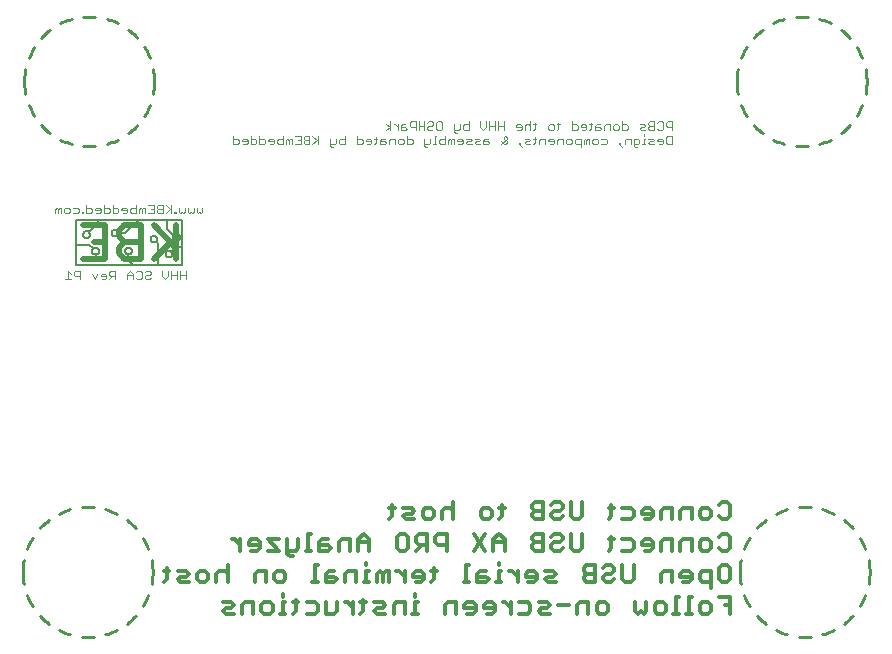
<source format=gbo>
G75*
%MOIN*%
%OFA0B0*%
%FSLAX24Y24*%
%IPPOS*%
%LPD*%
%AMOC8*
5,1,8,0,0,1.08239X$1,22.5*
%
%ADD10C,0.0100*%
%ADD11C,0.0030*%
%ADD12C,0.0140*%
%ADD13C,0.0070*%
%ADD14C,0.0050*%
%ADD15C,0.0200*%
D10*
X003813Y004242D02*
X003877Y004192D01*
X003939Y004140D01*
X003999Y004085D01*
X004057Y004028D01*
X004113Y003969D01*
X001211Y000782D02*
X001147Y000832D01*
X001085Y000884D01*
X001025Y000939D01*
X000967Y000996D01*
X000911Y001055D01*
X003101Y004595D02*
X003179Y004572D01*
X003255Y004545D01*
X003331Y004516D01*
X003406Y004484D01*
X003479Y004449D01*
X001923Y000429D02*
X001845Y000452D01*
X001769Y000479D01*
X001693Y000508D01*
X001618Y000540D01*
X001545Y000575D01*
X002309Y000357D02*
X002390Y000350D01*
X002471Y000347D01*
X002553Y000347D01*
X002634Y000350D01*
X002715Y000357D01*
X000385Y002109D02*
X000371Y002189D01*
X000361Y002269D01*
X000353Y002350D01*
X000349Y002431D01*
X000347Y002512D01*
X003813Y000782D02*
X003877Y000832D01*
X003939Y000884D01*
X003999Y000939D01*
X004057Y000996D01*
X004113Y001055D01*
X001923Y004595D02*
X001845Y004572D01*
X001769Y004545D01*
X001693Y004516D01*
X001618Y004484D01*
X001545Y004449D01*
X003101Y000429D02*
X003179Y000452D01*
X003255Y000479D01*
X003331Y000508D01*
X003406Y000540D01*
X003479Y000575D01*
X004639Y002109D02*
X004653Y002189D01*
X004663Y002269D01*
X004671Y002350D01*
X004675Y002431D01*
X004677Y002512D01*
X001211Y004242D02*
X001147Y004192D01*
X001085Y004140D01*
X001025Y004085D01*
X000967Y004028D01*
X000911Y003969D01*
X000493Y001731D02*
X000524Y001655D01*
X000557Y001582D01*
X000593Y001509D01*
X000632Y001438D01*
X000674Y001368D01*
X000493Y003293D02*
X000524Y003369D01*
X000557Y003442D01*
X000593Y003515D01*
X000632Y003586D01*
X000674Y003656D01*
X004639Y002915D02*
X004653Y002835D01*
X004663Y002755D01*
X004671Y002674D01*
X004675Y002593D01*
X004677Y002512D01*
X004531Y001731D02*
X004500Y001655D01*
X004467Y001582D01*
X004431Y001509D01*
X004392Y001438D01*
X004350Y001368D01*
X004531Y003293D02*
X004500Y003369D01*
X004467Y003442D01*
X004431Y003515D01*
X004392Y003586D01*
X004350Y003656D01*
X002715Y004667D02*
X002634Y004674D01*
X002553Y004677D01*
X002471Y004677D01*
X002390Y004674D01*
X002309Y004667D01*
X000385Y002915D02*
X000371Y002835D01*
X000361Y002755D01*
X000353Y002674D01*
X000349Y002593D01*
X000347Y002512D01*
X027713Y000782D02*
X027777Y000832D01*
X027839Y000884D01*
X027899Y000939D01*
X027957Y000996D01*
X028013Y001055D01*
X025823Y004595D02*
X025745Y004572D01*
X025669Y004545D01*
X025593Y004516D01*
X025518Y004484D01*
X025445Y004449D01*
X027001Y000429D02*
X027079Y000452D01*
X027155Y000479D01*
X027231Y000508D01*
X027306Y000540D01*
X027379Y000575D01*
X026615Y000357D02*
X026534Y000350D01*
X026453Y000347D01*
X026371Y000347D01*
X026290Y000350D01*
X026209Y000357D01*
X027379Y004449D02*
X027306Y004484D01*
X027231Y004516D01*
X027155Y004545D01*
X027079Y004572D01*
X027001Y004595D01*
X025445Y000575D02*
X025518Y000540D01*
X025593Y000508D01*
X025669Y000479D01*
X025745Y000452D01*
X025823Y000429D01*
X028539Y002109D02*
X028553Y002189D01*
X028563Y002269D01*
X028571Y002350D01*
X028575Y002431D01*
X028577Y002512D01*
X025111Y000782D02*
X025047Y000832D01*
X024985Y000884D01*
X024925Y000939D01*
X024867Y000996D01*
X024811Y001055D01*
X027713Y004242D02*
X027777Y004192D01*
X027839Y004140D01*
X027899Y004085D01*
X027957Y004028D01*
X028013Y003969D01*
X026615Y004667D02*
X026534Y004674D01*
X026453Y004677D01*
X026371Y004677D01*
X026290Y004674D01*
X026209Y004667D01*
X028539Y002915D02*
X028553Y002835D01*
X028563Y002755D01*
X028571Y002674D01*
X028575Y002593D01*
X028577Y002512D01*
X025111Y004242D02*
X025047Y004192D01*
X024985Y004140D01*
X024925Y004085D01*
X024867Y004028D01*
X024811Y003969D01*
X024393Y001731D02*
X024424Y001655D01*
X024457Y001582D01*
X024493Y001509D01*
X024532Y001438D01*
X024574Y001368D01*
X024393Y003293D02*
X024424Y003369D01*
X024457Y003442D01*
X024493Y003515D01*
X024532Y003586D01*
X024574Y003656D01*
X024285Y002915D02*
X024271Y002835D01*
X024261Y002755D01*
X024253Y002674D01*
X024249Y002593D01*
X024247Y002512D01*
X024249Y002431D01*
X024253Y002350D01*
X024261Y002269D01*
X024271Y002189D01*
X024285Y002109D01*
X028250Y001368D02*
X028292Y001438D01*
X028331Y001509D01*
X028367Y001582D01*
X028400Y001655D01*
X028431Y001731D01*
X028431Y003293D02*
X028400Y003369D01*
X028367Y003442D01*
X028331Y003515D01*
X028292Y003586D01*
X028250Y003656D01*
X026515Y016707D02*
X026434Y016700D01*
X026353Y016697D01*
X026271Y016697D01*
X026190Y016700D01*
X026109Y016707D01*
X027279Y020799D02*
X027206Y020834D01*
X027131Y020866D01*
X027055Y020895D01*
X026979Y020922D01*
X026901Y020945D01*
X025345Y016925D02*
X025418Y016890D01*
X025493Y016858D01*
X025569Y016829D01*
X025645Y016802D01*
X025723Y016779D01*
X028439Y018459D02*
X028453Y018539D01*
X028463Y018619D01*
X028471Y018700D01*
X028475Y018781D01*
X028477Y018862D01*
X025011Y017132D02*
X024947Y017182D01*
X024885Y017234D01*
X024825Y017289D01*
X024767Y017346D01*
X024711Y017405D01*
X027613Y020592D02*
X027677Y020542D01*
X027739Y020490D01*
X027799Y020435D01*
X027857Y020378D01*
X027913Y020319D01*
X026515Y021017D02*
X026434Y021024D01*
X026353Y021027D01*
X026271Y021027D01*
X026190Y021024D01*
X026109Y021017D01*
X027279Y016925D02*
X027206Y016890D01*
X027131Y016858D01*
X027055Y016829D01*
X026979Y016802D01*
X026901Y016779D01*
X024185Y018459D02*
X024171Y018539D01*
X024161Y018619D01*
X024153Y018700D01*
X024149Y018781D01*
X024147Y018862D01*
X027613Y017132D02*
X027677Y017182D01*
X027739Y017234D01*
X027799Y017289D01*
X027857Y017346D01*
X027913Y017405D01*
X025723Y020945D02*
X025645Y020922D01*
X025569Y020895D01*
X025493Y020866D01*
X025418Y020834D01*
X025345Y020799D01*
X028439Y019265D02*
X028453Y019185D01*
X028463Y019105D01*
X028471Y019024D01*
X028475Y018943D01*
X028477Y018862D01*
X025011Y020592D02*
X024947Y020542D01*
X024885Y020490D01*
X024825Y020435D01*
X024767Y020378D01*
X024711Y020319D01*
X024293Y018081D02*
X024324Y018005D01*
X024357Y017932D01*
X024393Y017859D01*
X024432Y017788D01*
X024474Y017718D01*
X024293Y019643D02*
X024324Y019719D01*
X024357Y019792D01*
X024393Y019865D01*
X024432Y019936D01*
X024474Y020006D01*
X024185Y019265D02*
X024171Y019185D01*
X024161Y019105D01*
X024153Y019024D01*
X024149Y018943D01*
X024147Y018862D01*
X028150Y017718D02*
X028192Y017788D01*
X028231Y017859D01*
X028267Y017932D01*
X028300Y018005D01*
X028331Y018081D01*
X028331Y019643D02*
X028300Y019719D01*
X028267Y019792D01*
X028231Y019865D01*
X028192Y019936D01*
X028150Y020006D01*
X001261Y017132D02*
X001197Y017182D01*
X001135Y017234D01*
X001075Y017289D01*
X001017Y017346D01*
X000961Y017405D01*
X003863Y020592D02*
X003927Y020542D01*
X003989Y020490D01*
X004049Y020435D01*
X004107Y020378D01*
X004163Y020319D01*
X001973Y016779D02*
X001895Y016802D01*
X001819Y016829D01*
X001743Y016858D01*
X001668Y016890D01*
X001595Y016925D01*
X003151Y020945D02*
X003229Y020922D01*
X003305Y020895D01*
X003381Y020866D01*
X003456Y020834D01*
X003529Y020799D01*
X002765Y021017D02*
X002684Y021024D01*
X002603Y021027D01*
X002521Y021027D01*
X002440Y021024D01*
X002359Y021017D01*
X003529Y016925D02*
X003456Y016890D01*
X003381Y016858D01*
X003305Y016829D01*
X003229Y016802D01*
X003151Y016779D01*
X002765Y016707D02*
X002684Y016700D01*
X002603Y016697D01*
X002521Y016697D01*
X002440Y016700D01*
X002359Y016707D01*
X000435Y018459D02*
X000421Y018539D01*
X000411Y018619D01*
X000403Y018700D01*
X000399Y018781D01*
X000397Y018862D01*
X003863Y017132D02*
X003927Y017182D01*
X003989Y017234D01*
X004049Y017289D01*
X004107Y017346D01*
X004163Y017405D01*
X001973Y020945D02*
X001895Y020922D01*
X001819Y020895D01*
X001743Y020866D01*
X001668Y020834D01*
X001595Y020799D01*
X004689Y019265D02*
X004703Y019185D01*
X004713Y019105D01*
X004721Y019024D01*
X004725Y018943D01*
X004727Y018862D01*
X001261Y020592D02*
X001197Y020542D01*
X001135Y020490D01*
X001075Y020435D01*
X001017Y020378D01*
X000961Y020319D01*
X000543Y018081D02*
X000574Y018005D01*
X000607Y017932D01*
X000643Y017859D01*
X000682Y017788D01*
X000724Y017718D01*
X004689Y018459D02*
X004703Y018539D01*
X004713Y018619D01*
X004721Y018700D01*
X004725Y018781D01*
X004727Y018862D01*
X004581Y018081D02*
X004550Y018005D01*
X004517Y017932D01*
X004481Y017859D01*
X004442Y017788D01*
X004400Y017718D01*
X004581Y019643D02*
X004550Y019719D01*
X004517Y019792D01*
X004481Y019865D01*
X004442Y019936D01*
X004400Y020006D01*
X000435Y019265D02*
X000421Y019185D01*
X000411Y019105D01*
X000403Y019024D01*
X000399Y018943D01*
X000397Y018862D01*
X000543Y019643D02*
X000574Y019719D01*
X000607Y019792D01*
X000643Y019865D01*
X000682Y019936D01*
X000724Y020006D01*
D11*
X007354Y017055D02*
X007354Y016765D01*
X007499Y016765D01*
X007547Y016813D01*
X007547Y016910D01*
X007499Y016958D01*
X007354Y016958D01*
X007648Y016910D02*
X007648Y016862D01*
X007842Y016862D01*
X007842Y016910D02*
X007793Y016958D01*
X007697Y016958D01*
X007648Y016910D01*
X007697Y016765D02*
X007793Y016765D01*
X007842Y016813D01*
X007842Y016910D01*
X007943Y016958D02*
X008088Y016958D01*
X008136Y016910D01*
X008136Y016813D01*
X008088Y016765D01*
X007943Y016765D01*
X007943Y017055D01*
X008238Y017055D02*
X008238Y016765D01*
X008383Y016765D01*
X008431Y016813D01*
X008431Y016910D01*
X008383Y016958D01*
X008238Y016958D01*
X008532Y016910D02*
X008532Y016862D01*
X008726Y016862D01*
X008726Y016910D02*
X008677Y016958D01*
X008581Y016958D01*
X008532Y016910D01*
X008581Y016765D02*
X008677Y016765D01*
X008726Y016813D01*
X008726Y016910D01*
X008827Y016910D02*
X008875Y016958D01*
X009020Y016958D01*
X009020Y017055D02*
X009020Y016765D01*
X008875Y016765D01*
X008827Y016813D01*
X008827Y016910D01*
X009121Y016910D02*
X009121Y016765D01*
X009218Y016765D02*
X009218Y016910D01*
X009170Y016958D01*
X009121Y016910D01*
X009218Y016910D02*
X009267Y016958D01*
X009315Y016958D01*
X009315Y016765D01*
X009416Y016765D02*
X009610Y016765D01*
X009610Y017055D01*
X009416Y017055D01*
X009513Y016910D02*
X009610Y016910D01*
X009711Y016862D02*
X009711Y016813D01*
X009759Y016765D01*
X009904Y016765D01*
X009904Y017055D01*
X009759Y017055D01*
X009711Y017007D01*
X009711Y016958D01*
X009759Y016910D01*
X009904Y016910D01*
X009759Y016910D02*
X009711Y016862D01*
X010005Y016765D02*
X010151Y016910D01*
X010199Y016862D02*
X010005Y017055D01*
X010199Y017055D02*
X010199Y016765D01*
X010595Y016765D02*
X010740Y016765D01*
X010788Y016813D01*
X010788Y016958D01*
X010889Y016910D02*
X010938Y016958D01*
X011083Y016958D01*
X011083Y017055D02*
X011083Y016765D01*
X010938Y016765D01*
X010889Y016813D01*
X010889Y016910D01*
X010595Y016958D02*
X010595Y016717D01*
X010643Y016668D01*
X010691Y016668D01*
X011479Y016765D02*
X011479Y017055D01*
X011479Y016958D02*
X011624Y016958D01*
X011672Y016910D01*
X011672Y016813D01*
X011624Y016765D01*
X011479Y016765D01*
X011773Y016862D02*
X011967Y016862D01*
X011967Y016910D02*
X011918Y016958D01*
X011822Y016958D01*
X011773Y016910D01*
X011773Y016862D01*
X011822Y016765D02*
X011918Y016765D01*
X011967Y016813D01*
X011967Y016910D01*
X012067Y016958D02*
X012163Y016958D01*
X012115Y017007D02*
X012115Y016813D01*
X012067Y016765D01*
X012264Y016765D02*
X012410Y016765D01*
X012458Y016813D01*
X012410Y016862D01*
X012264Y016862D01*
X012264Y016910D02*
X012264Y016765D01*
X012264Y016910D02*
X012313Y016958D01*
X012410Y016958D01*
X012559Y016910D02*
X012559Y016765D01*
X012559Y016910D02*
X012607Y016958D01*
X012753Y016958D01*
X012753Y016765D01*
X012854Y016813D02*
X012854Y016910D01*
X012902Y016958D01*
X012999Y016958D01*
X013047Y016910D01*
X013047Y016813D01*
X012999Y016765D01*
X012902Y016765D01*
X012854Y016813D01*
X013148Y016765D02*
X013294Y016765D01*
X013342Y016813D01*
X013342Y016910D01*
X013294Y016958D01*
X013148Y016958D01*
X013148Y017055D02*
X013148Y016765D01*
X013097Y017245D02*
X013145Y017293D01*
X013097Y017342D01*
X012952Y017342D01*
X012952Y017390D02*
X012952Y017245D01*
X013097Y017245D01*
X013097Y017438D02*
X013000Y017438D01*
X012952Y017390D01*
X012851Y017342D02*
X012754Y017438D01*
X012706Y017438D01*
X012605Y017342D02*
X012460Y017438D01*
X012605Y017342D02*
X012460Y017245D01*
X012605Y017245D02*
X012605Y017535D01*
X012851Y017438D02*
X012851Y017245D01*
X013247Y017390D02*
X013295Y017342D01*
X013440Y017342D01*
X013440Y017245D02*
X013440Y017535D01*
X013295Y017535D01*
X013247Y017487D01*
X013247Y017390D01*
X013541Y017390D02*
X013735Y017390D01*
X013836Y017342D02*
X013836Y017293D01*
X013884Y017245D01*
X013981Y017245D01*
X014029Y017293D01*
X014131Y017293D02*
X014131Y017487D01*
X014179Y017535D01*
X014276Y017535D01*
X014324Y017487D01*
X014324Y017293D01*
X014276Y017245D01*
X014179Y017245D01*
X014131Y017293D01*
X014029Y017438D02*
X013981Y017390D01*
X013884Y017390D01*
X013836Y017342D01*
X013735Y017245D02*
X013735Y017535D01*
X013836Y017487D02*
X013884Y017535D01*
X013981Y017535D01*
X014029Y017487D01*
X014029Y017438D01*
X014079Y017055D02*
X014079Y016765D01*
X014031Y016765D02*
X014128Y016765D01*
X014229Y016813D02*
X014229Y016910D01*
X014277Y016958D01*
X014422Y016958D01*
X014422Y017055D02*
X014422Y016765D01*
X014277Y016765D01*
X014229Y016813D01*
X013931Y016813D02*
X013931Y016958D01*
X013931Y016813D02*
X013883Y016765D01*
X013738Y016765D01*
X013738Y016717D02*
X013786Y016668D01*
X013834Y016668D01*
X013738Y016717D02*
X013738Y016958D01*
X013541Y017245D02*
X013541Y017535D01*
X014079Y017055D02*
X014128Y017055D01*
X014523Y016910D02*
X014523Y016765D01*
X014620Y016765D02*
X014620Y016910D01*
X014572Y016958D01*
X014523Y016910D01*
X014620Y016910D02*
X014669Y016958D01*
X014717Y016958D01*
X014717Y016765D01*
X014818Y016862D02*
X015012Y016862D01*
X015012Y016910D02*
X014963Y016958D01*
X014866Y016958D01*
X014818Y016910D01*
X014818Y016862D01*
X014866Y016765D02*
X014963Y016765D01*
X015012Y016813D01*
X015012Y016910D01*
X015113Y016958D02*
X015258Y016958D01*
X015306Y016910D01*
X015258Y016862D01*
X015161Y016862D01*
X015113Y016813D01*
X015161Y016765D01*
X015306Y016765D01*
X015407Y016813D02*
X015456Y016862D01*
X015553Y016862D01*
X015601Y016910D01*
X015553Y016958D01*
X015407Y016958D01*
X015407Y016813D02*
X015456Y016765D01*
X015601Y016765D01*
X015702Y016765D02*
X015702Y016910D01*
X015750Y016958D01*
X015847Y016958D01*
X015847Y016862D02*
X015702Y016862D01*
X015702Y016765D02*
X015847Y016765D01*
X015896Y016813D01*
X015847Y016862D01*
X015898Y017245D02*
X015898Y017535D01*
X015797Y017535D02*
X015797Y017342D01*
X015701Y017245D01*
X015604Y017342D01*
X015604Y017535D01*
X015898Y017390D02*
X016092Y017390D01*
X016193Y017390D02*
X016387Y017390D01*
X016387Y017245D02*
X016387Y017535D01*
X016193Y017535D02*
X016193Y017245D01*
X016092Y017245D02*
X016092Y017535D01*
X016782Y017390D02*
X016782Y017342D01*
X016976Y017342D01*
X016976Y017390D02*
X016928Y017438D01*
X016831Y017438D01*
X016782Y017390D01*
X016831Y017245D02*
X016928Y017245D01*
X016976Y017293D01*
X016976Y017390D01*
X017077Y017390D02*
X017077Y017245D01*
X017077Y017390D02*
X017125Y017438D01*
X017222Y017438D01*
X017271Y017390D01*
X017370Y017438D02*
X017467Y017438D01*
X017419Y017487D02*
X017419Y017293D01*
X017370Y017245D01*
X017271Y017245D02*
X017271Y017535D01*
X017863Y017390D02*
X017911Y017438D01*
X018008Y017438D01*
X018056Y017390D01*
X018056Y017293D01*
X018008Y017245D01*
X017911Y017245D01*
X017863Y017293D01*
X017863Y017390D01*
X018156Y017438D02*
X018253Y017438D01*
X018204Y017487D02*
X018204Y017293D01*
X018156Y017245D01*
X018206Y016958D02*
X018157Y016910D01*
X018157Y016765D01*
X018056Y016813D02*
X018056Y016910D01*
X018008Y016958D01*
X017911Y016958D01*
X017863Y016910D01*
X017863Y016862D01*
X018056Y016862D01*
X018056Y016813D02*
X018008Y016765D01*
X017911Y016765D01*
X017762Y016765D02*
X017762Y016958D01*
X017617Y016958D01*
X017568Y016910D01*
X017568Y016765D01*
X017419Y016813D02*
X017370Y016765D01*
X017419Y016813D02*
X017419Y017007D01*
X017467Y016958D02*
X017370Y016958D01*
X017271Y016910D02*
X017222Y016958D01*
X017077Y016958D01*
X017125Y016862D02*
X017222Y016862D01*
X017271Y016910D01*
X017271Y016765D02*
X017125Y016765D01*
X017077Y016813D01*
X017125Y016862D01*
X016928Y016813D02*
X016879Y016813D01*
X016879Y016765D01*
X016928Y016765D01*
X016928Y016813D01*
X016879Y016765D02*
X016976Y016668D01*
X016485Y016813D02*
X016485Y016862D01*
X016388Y016958D01*
X016388Y017007D01*
X016436Y017055D01*
X016485Y017007D01*
X016485Y016958D01*
X016291Y016765D01*
X016291Y016862D02*
X016388Y016765D01*
X016436Y016765D01*
X016485Y016813D01*
X015208Y017245D02*
X015063Y017245D01*
X015015Y017293D01*
X015015Y017390D01*
X015063Y017438D01*
X015208Y017438D01*
X015208Y017535D02*
X015208Y017245D01*
X014913Y017293D02*
X014865Y017245D01*
X014720Y017245D01*
X014720Y017197D02*
X014768Y017148D01*
X014817Y017148D01*
X014720Y017197D02*
X014720Y017438D01*
X014913Y017438D02*
X014913Y017293D01*
X018206Y016958D02*
X018351Y016958D01*
X018351Y016765D01*
X018452Y016813D02*
X018452Y016910D01*
X018500Y016958D01*
X018597Y016958D01*
X018646Y016910D01*
X018646Y016813D01*
X018597Y016765D01*
X018500Y016765D01*
X018452Y016813D01*
X018747Y016813D02*
X018747Y016910D01*
X018795Y016958D01*
X018940Y016958D01*
X018940Y016668D01*
X018940Y016765D02*
X018795Y016765D01*
X018747Y016813D01*
X019041Y016765D02*
X019041Y016910D01*
X019090Y016958D01*
X019138Y016910D01*
X019138Y016765D01*
X019235Y016765D02*
X019235Y016958D01*
X019187Y016958D01*
X019138Y016910D01*
X019336Y016910D02*
X019384Y016958D01*
X019481Y016958D01*
X019530Y016910D01*
X019530Y016813D01*
X019481Y016765D01*
X019384Y016765D01*
X019336Y016813D01*
X019336Y016910D01*
X019631Y016958D02*
X019776Y016958D01*
X019824Y016910D01*
X019824Y016813D01*
X019776Y016765D01*
X019631Y016765D01*
X019579Y017245D02*
X019628Y017293D01*
X019579Y017342D01*
X019434Y017342D01*
X019434Y017390D02*
X019434Y017245D01*
X019579Y017245D01*
X019729Y017245D02*
X019729Y017390D01*
X019777Y017438D01*
X019922Y017438D01*
X019922Y017245D01*
X020024Y017293D02*
X020072Y017245D01*
X020169Y017245D01*
X020217Y017293D01*
X020217Y017390D01*
X020169Y017438D01*
X020072Y017438D01*
X020024Y017390D01*
X020024Y017293D01*
X020318Y017245D02*
X020463Y017245D01*
X020512Y017293D01*
X020512Y017390D01*
X020463Y017438D01*
X020318Y017438D01*
X020318Y017535D02*
X020318Y017245D01*
X020465Y016958D02*
X020416Y016910D01*
X020416Y016765D01*
X020315Y016668D02*
X020219Y016765D01*
X020267Y016765D01*
X020267Y016813D01*
X020219Y016813D01*
X020219Y016765D01*
X020465Y016958D02*
X020610Y016958D01*
X020610Y016765D01*
X020711Y016765D02*
X020856Y016765D01*
X020905Y016813D01*
X020905Y016910D01*
X020856Y016958D01*
X020711Y016958D01*
X020711Y016717D01*
X020759Y016668D01*
X020808Y016668D01*
X021004Y016765D02*
X021101Y016765D01*
X021053Y016765D02*
X021053Y016958D01*
X021101Y016958D01*
X021202Y016958D02*
X021347Y016958D01*
X021396Y016910D01*
X021347Y016862D01*
X021251Y016862D01*
X021202Y016813D01*
X021251Y016765D01*
X021396Y016765D01*
X021497Y016862D02*
X021690Y016862D01*
X021690Y016910D02*
X021642Y016958D01*
X021545Y016958D01*
X021497Y016910D01*
X021497Y016862D01*
X021545Y016765D02*
X021642Y016765D01*
X021690Y016813D01*
X021690Y016910D01*
X021792Y016813D02*
X021792Y017007D01*
X021840Y017055D01*
X021985Y017055D01*
X021985Y016765D01*
X021840Y016765D01*
X021792Y016813D01*
X021642Y017245D02*
X021545Y017245D01*
X021497Y017293D01*
X021396Y017245D02*
X021251Y017245D01*
X021202Y017293D01*
X021202Y017342D01*
X021251Y017390D01*
X021396Y017390D01*
X021497Y017487D02*
X021545Y017535D01*
X021642Y017535D01*
X021690Y017487D01*
X021690Y017293D01*
X021642Y017245D01*
X021792Y017390D02*
X021840Y017342D01*
X021985Y017342D01*
X021985Y017245D02*
X021985Y017535D01*
X021840Y017535D01*
X021792Y017487D01*
X021792Y017390D01*
X021396Y017245D02*
X021396Y017535D01*
X021251Y017535D01*
X021202Y017487D01*
X021202Y017438D01*
X021251Y017390D01*
X021101Y017390D02*
X021053Y017438D01*
X020908Y017438D01*
X020956Y017342D02*
X021053Y017342D01*
X021101Y017390D01*
X021101Y017245D02*
X020956Y017245D01*
X020908Y017293D01*
X020956Y017342D01*
X021053Y017104D02*
X021053Y017055D01*
X019579Y017438D02*
X019483Y017438D01*
X019434Y017390D01*
X019333Y017438D02*
X019236Y017438D01*
X019285Y017487D02*
X019285Y017293D01*
X019236Y017245D01*
X019137Y017293D02*
X019088Y017245D01*
X018992Y017245D01*
X018943Y017342D02*
X019137Y017342D01*
X019137Y017390D02*
X019088Y017438D01*
X018992Y017438D01*
X018943Y017390D01*
X018943Y017342D01*
X018842Y017390D02*
X018794Y017438D01*
X018649Y017438D01*
X018649Y017535D02*
X018649Y017245D01*
X018794Y017245D01*
X018842Y017293D01*
X018842Y017390D01*
X019137Y017390D02*
X019137Y017293D01*
X006335Y014660D02*
X006335Y014515D01*
X006287Y014467D01*
X006238Y014515D01*
X006190Y014467D01*
X006142Y014515D01*
X006142Y014660D01*
X006040Y014660D02*
X006040Y014515D01*
X005992Y014467D01*
X005944Y014515D01*
X005895Y014467D01*
X005847Y014515D01*
X005847Y014660D01*
X005746Y014660D02*
X005746Y014515D01*
X005697Y014467D01*
X005649Y014515D01*
X005601Y014467D01*
X005552Y014515D01*
X005552Y014660D01*
X005451Y014515D02*
X005403Y014515D01*
X005403Y014467D01*
X005451Y014467D01*
X005451Y014515D01*
X005304Y014467D02*
X005304Y014757D01*
X005255Y014612D02*
X005110Y014467D01*
X005009Y014467D02*
X004864Y014467D01*
X004816Y014515D01*
X004816Y014564D01*
X004864Y014612D01*
X005009Y014612D01*
X005009Y014467D02*
X005009Y014757D01*
X004864Y014757D01*
X004816Y014709D01*
X004816Y014660D01*
X004864Y014612D01*
X004714Y014612D02*
X004618Y014612D01*
X004714Y014757D02*
X004714Y014467D01*
X004521Y014467D01*
X004420Y014467D02*
X004420Y014660D01*
X004371Y014660D01*
X004323Y014612D01*
X004275Y014660D01*
X004226Y014612D01*
X004226Y014467D01*
X004323Y014467D02*
X004323Y014612D01*
X004125Y014660D02*
X003980Y014660D01*
X003932Y014612D01*
X003932Y014515D01*
X003980Y014467D01*
X004125Y014467D01*
X004125Y014757D01*
X003830Y014612D02*
X003830Y014515D01*
X003782Y014467D01*
X003685Y014467D01*
X003637Y014564D02*
X003830Y014564D01*
X003830Y014612D02*
X003782Y014660D01*
X003685Y014660D01*
X003637Y014612D01*
X003637Y014564D01*
X003536Y014612D02*
X003536Y014515D01*
X003487Y014467D01*
X003342Y014467D01*
X003342Y014757D01*
X003342Y014660D02*
X003487Y014660D01*
X003536Y014612D01*
X003241Y014612D02*
X003241Y014515D01*
X003193Y014467D01*
X003048Y014467D01*
X003048Y014757D01*
X003048Y014660D02*
X003193Y014660D01*
X003241Y014612D01*
X002947Y014612D02*
X002898Y014660D01*
X002801Y014660D01*
X002753Y014612D01*
X002753Y014564D01*
X002947Y014564D01*
X002947Y014612D02*
X002947Y014515D01*
X002898Y014467D01*
X002801Y014467D01*
X002652Y014515D02*
X002652Y014612D01*
X002603Y014660D01*
X002458Y014660D01*
X002458Y014757D02*
X002458Y014467D01*
X002603Y014467D01*
X002652Y014515D01*
X002357Y014515D02*
X002309Y014515D01*
X002309Y014467D01*
X002357Y014467D01*
X002357Y014515D01*
X002210Y014515D02*
X002162Y014467D01*
X002016Y014467D01*
X001915Y014515D02*
X001867Y014467D01*
X001770Y014467D01*
X001722Y014515D01*
X001722Y014612D01*
X001770Y014660D01*
X001867Y014660D01*
X001915Y014612D01*
X001915Y014515D01*
X002016Y014660D02*
X002162Y014660D01*
X002210Y014612D01*
X002210Y014515D01*
X001621Y014467D02*
X001621Y014660D01*
X001572Y014660D01*
X001524Y014612D01*
X001475Y014660D01*
X001427Y014612D01*
X001427Y014467D01*
X001524Y014467D02*
X001524Y014612D01*
X004521Y014757D02*
X004714Y014757D01*
X005110Y014757D02*
X005304Y014564D01*
X005297Y012555D02*
X005297Y012265D01*
X005196Y012362D02*
X005099Y012265D01*
X005002Y012362D01*
X005002Y012555D01*
X005196Y012555D02*
X005196Y012362D01*
X005297Y012410D02*
X005490Y012410D01*
X005592Y012410D02*
X005785Y012410D01*
X005785Y012265D02*
X005785Y012555D01*
X005592Y012555D02*
X005592Y012265D01*
X005490Y012265D02*
X005490Y012555D01*
X004606Y012507D02*
X004606Y012458D01*
X004558Y012410D01*
X004461Y012410D01*
X004413Y012362D01*
X004413Y012313D01*
X004461Y012265D01*
X004558Y012265D01*
X004606Y012313D01*
X004606Y012507D02*
X004558Y012555D01*
X004461Y012555D01*
X004413Y012507D01*
X004312Y012507D02*
X004312Y012313D01*
X004263Y012265D01*
X004167Y012265D01*
X004118Y012313D01*
X004017Y012265D02*
X004017Y012458D01*
X003920Y012555D01*
X003824Y012458D01*
X003824Y012265D01*
X003824Y012410D02*
X004017Y012410D01*
X004118Y012507D02*
X004167Y012555D01*
X004263Y012555D01*
X004312Y012507D01*
X003428Y012555D02*
X003428Y012265D01*
X003428Y012362D02*
X003283Y012362D01*
X003234Y012410D01*
X003234Y012507D01*
X003283Y012555D01*
X003428Y012555D01*
X003331Y012362D02*
X003234Y012265D01*
X003133Y012313D02*
X003133Y012410D01*
X003085Y012458D01*
X002988Y012458D01*
X002940Y012410D01*
X002940Y012362D01*
X003133Y012362D01*
X003133Y012313D02*
X003085Y012265D01*
X002988Y012265D01*
X002838Y012458D02*
X002742Y012265D01*
X002645Y012458D01*
X002249Y012362D02*
X002104Y012362D01*
X002056Y012410D01*
X002056Y012507D01*
X002104Y012555D01*
X002249Y012555D01*
X002249Y012265D01*
X001955Y012265D02*
X001761Y012265D01*
X001858Y012265D02*
X001858Y012555D01*
X001955Y012458D01*
D12*
X012664Y004737D02*
X012664Y004363D01*
X012571Y004270D01*
X012571Y004644D02*
X012758Y004644D01*
X013029Y004644D02*
X013309Y004644D01*
X013402Y004550D01*
X013309Y004457D01*
X013122Y004457D01*
X013029Y004363D01*
X013122Y004270D01*
X013402Y004270D01*
X013673Y004363D02*
X013673Y004550D01*
X013767Y004644D01*
X013953Y004644D01*
X014047Y004550D01*
X014047Y004363D01*
X013953Y004270D01*
X013767Y004270D01*
X013673Y004363D01*
X014318Y004270D02*
X014318Y004550D01*
X014411Y004644D01*
X014598Y004644D01*
X014691Y004550D01*
X014691Y004830D02*
X014691Y004270D01*
X014477Y003780D02*
X014196Y003780D01*
X014103Y003687D01*
X014103Y003500D01*
X014196Y003407D01*
X014477Y003407D01*
X014477Y003220D02*
X014477Y003780D01*
X013832Y003780D02*
X013552Y003780D01*
X013458Y003687D01*
X013458Y003500D01*
X013552Y003407D01*
X013832Y003407D01*
X013645Y003407D02*
X013458Y003220D01*
X013188Y003313D02*
X013094Y003220D01*
X012907Y003220D01*
X012814Y003313D01*
X012814Y003687D01*
X012907Y003780D01*
X013094Y003780D01*
X013188Y003687D01*
X013188Y003313D01*
X013832Y003220D02*
X013832Y003780D01*
X015392Y003780D02*
X015766Y003220D01*
X016037Y003220D02*
X016037Y003594D01*
X016223Y003780D01*
X016410Y003594D01*
X016410Y003220D01*
X016410Y003500D02*
X016037Y003500D01*
X015766Y003780D02*
X015392Y003220D01*
X015229Y002730D02*
X015135Y002730D01*
X015135Y002170D01*
X015042Y002170D02*
X015229Y002170D01*
X015499Y002170D02*
X015780Y002170D01*
X015873Y002263D01*
X015780Y002357D01*
X015499Y002357D01*
X015499Y002450D02*
X015499Y002170D01*
X015499Y002450D02*
X015593Y002544D01*
X015780Y002544D01*
X016209Y002544D02*
X016209Y002170D01*
X016116Y002170D02*
X016303Y002170D01*
X016653Y002544D02*
X016840Y002357D01*
X016840Y002170D02*
X016840Y002544D01*
X016653Y002544D02*
X016560Y002544D01*
X016303Y002544D02*
X016209Y002544D01*
X016209Y002730D02*
X016209Y002824D01*
X017111Y002450D02*
X017111Y002357D01*
X017485Y002357D01*
X017485Y002450D02*
X017485Y002263D01*
X017391Y002170D01*
X017204Y002170D01*
X017111Y002450D02*
X017204Y002544D01*
X017391Y002544D01*
X017485Y002450D01*
X017755Y002544D02*
X018036Y002544D01*
X018129Y002450D01*
X018036Y002357D01*
X017849Y002357D01*
X017755Y002263D01*
X017849Y002170D01*
X018129Y002170D01*
X017821Y001494D02*
X017541Y001494D01*
X017634Y001307D02*
X017821Y001307D01*
X017914Y001400D01*
X017821Y001494D01*
X017634Y001307D02*
X017541Y001213D01*
X017634Y001120D01*
X017914Y001120D01*
X018185Y001400D02*
X018559Y001400D01*
X018830Y001400D02*
X018830Y001120D01*
X018830Y001400D02*
X018923Y001494D01*
X019203Y001494D01*
X019203Y001120D01*
X019474Y001213D02*
X019474Y001400D01*
X019568Y001494D01*
X019754Y001494D01*
X019848Y001400D01*
X019848Y001213D01*
X019754Y001120D01*
X019568Y001120D01*
X019474Y001213D01*
X020763Y001213D02*
X020763Y001494D01*
X020763Y001213D02*
X020857Y001120D01*
X020950Y001213D01*
X021044Y001120D01*
X021137Y001213D01*
X021137Y001494D01*
X021408Y001400D02*
X021501Y001494D01*
X021688Y001494D01*
X021782Y001400D01*
X021782Y001213D01*
X021688Y001120D01*
X021501Y001120D01*
X021408Y001213D01*
X021408Y001400D01*
X022024Y001120D02*
X022211Y001120D01*
X022118Y001120D02*
X022118Y001680D01*
X022211Y001680D01*
X022547Y001680D02*
X022547Y001120D01*
X022454Y001120D02*
X022641Y001120D01*
X022912Y001213D02*
X022912Y001400D01*
X023005Y001494D01*
X023192Y001494D01*
X023285Y001400D01*
X023285Y001213D01*
X023192Y001120D01*
X023005Y001120D01*
X022912Y001213D01*
X022641Y001680D02*
X022547Y001680D01*
X022547Y002170D02*
X022641Y002263D01*
X022641Y002450D01*
X022547Y002544D01*
X022361Y002544D01*
X022267Y002450D01*
X022267Y002357D01*
X022641Y002357D01*
X022547Y002170D02*
X022361Y002170D01*
X021996Y002170D02*
X021996Y002544D01*
X021716Y002544D01*
X021623Y002450D01*
X021623Y002170D01*
X020707Y002263D02*
X020614Y002170D01*
X020427Y002170D01*
X020334Y002263D01*
X020334Y002730D01*
X020063Y002637D02*
X020063Y002544D01*
X019969Y002450D01*
X019782Y002450D01*
X019689Y002357D01*
X019689Y002263D01*
X019782Y002170D01*
X019969Y002170D01*
X020063Y002263D01*
X020063Y002637D02*
X019969Y002730D01*
X019782Y002730D01*
X019689Y002637D01*
X019418Y002730D02*
X019138Y002730D01*
X019045Y002637D01*
X019045Y002544D01*
X019138Y002450D01*
X019418Y002450D01*
X019418Y002170D02*
X019418Y002730D01*
X019138Y002450D02*
X019045Y002357D01*
X019045Y002263D01*
X019138Y002170D01*
X019418Y002170D01*
X020707Y002263D02*
X020707Y002730D01*
X020614Y003220D02*
X020334Y003220D01*
X020614Y003220D02*
X020707Y003313D01*
X020707Y003500D01*
X020614Y003594D01*
X020334Y003594D01*
X020063Y003594D02*
X019876Y003594D01*
X019969Y003687D02*
X019969Y003313D01*
X019876Y003220D01*
X018988Y003313D02*
X018895Y003220D01*
X018708Y003220D01*
X018615Y003313D01*
X018615Y003780D01*
X018344Y003687D02*
X018344Y003594D01*
X018250Y003500D01*
X018064Y003500D01*
X017970Y003407D01*
X017970Y003313D01*
X018064Y003220D01*
X018250Y003220D01*
X018344Y003313D01*
X018344Y003687D02*
X018250Y003780D01*
X018064Y003780D01*
X017970Y003687D01*
X017699Y003780D02*
X017419Y003780D01*
X017326Y003687D01*
X017326Y003594D01*
X017419Y003500D01*
X017699Y003500D01*
X017419Y003500D02*
X017326Y003407D01*
X017326Y003313D01*
X017419Y003220D01*
X017699Y003220D01*
X017699Y003780D01*
X017699Y004270D02*
X017419Y004270D01*
X017326Y004363D01*
X017326Y004457D01*
X017419Y004550D01*
X017699Y004550D01*
X017419Y004550D02*
X017326Y004644D01*
X017326Y004737D01*
X017419Y004830D01*
X017699Y004830D01*
X017699Y004270D01*
X017970Y004363D02*
X017970Y004457D01*
X018064Y004550D01*
X018250Y004550D01*
X018344Y004644D01*
X018344Y004737D01*
X018250Y004830D01*
X018064Y004830D01*
X017970Y004737D01*
X017970Y004363D02*
X018064Y004270D01*
X018250Y004270D01*
X018344Y004363D01*
X018615Y004363D02*
X018615Y004830D01*
X018988Y004830D02*
X018988Y004363D01*
X018895Y004270D01*
X018708Y004270D01*
X018615Y004363D01*
X018988Y003780D02*
X018988Y003313D01*
X020978Y003407D02*
X021352Y003407D01*
X021352Y003500D02*
X021258Y003594D01*
X021072Y003594D01*
X020978Y003500D01*
X020978Y003407D01*
X021072Y003220D02*
X021258Y003220D01*
X021352Y003313D01*
X021352Y003500D01*
X021623Y003500D02*
X021623Y003220D01*
X021623Y003500D02*
X021716Y003594D01*
X021996Y003594D01*
X021996Y003220D01*
X022267Y003220D02*
X022267Y003500D01*
X022361Y003594D01*
X022641Y003594D01*
X022641Y003220D01*
X022912Y003313D02*
X022912Y003500D01*
X023005Y003594D01*
X023192Y003594D01*
X023285Y003500D01*
X023285Y003313D01*
X023192Y003220D01*
X023005Y003220D01*
X022912Y003313D01*
X023556Y003313D02*
X023650Y003220D01*
X023837Y003220D01*
X023930Y003313D01*
X023930Y003687D01*
X023837Y003780D01*
X023650Y003780D01*
X023556Y003687D01*
X023650Y004270D02*
X023556Y004363D01*
X023650Y004270D02*
X023837Y004270D01*
X023930Y004363D01*
X023930Y004737D01*
X023837Y004830D01*
X023650Y004830D01*
X023556Y004737D01*
X023285Y004550D02*
X023285Y004363D01*
X023192Y004270D01*
X023005Y004270D01*
X022912Y004363D01*
X022912Y004550D01*
X023005Y004644D01*
X023192Y004644D01*
X023285Y004550D01*
X022641Y004644D02*
X022641Y004270D01*
X022641Y004644D02*
X022361Y004644D01*
X022267Y004550D01*
X022267Y004270D01*
X021996Y004270D02*
X021996Y004644D01*
X021716Y004644D01*
X021623Y004550D01*
X021623Y004270D01*
X021352Y004363D02*
X021352Y004550D01*
X021258Y004644D01*
X021072Y004644D01*
X020978Y004550D01*
X020978Y004457D01*
X021352Y004457D01*
X021352Y004363D02*
X021258Y004270D01*
X021072Y004270D01*
X020707Y004363D02*
X020707Y004550D01*
X020614Y004644D01*
X020334Y004644D01*
X020063Y004644D02*
X019876Y004644D01*
X019969Y004737D02*
X019969Y004363D01*
X019876Y004270D01*
X020334Y004270D02*
X020614Y004270D01*
X020707Y004363D01*
X023556Y002637D02*
X023650Y002730D01*
X023837Y002730D01*
X023930Y002637D01*
X023930Y002263D01*
X023837Y002170D01*
X023650Y002170D01*
X023556Y002263D01*
X023556Y002637D01*
X023285Y002544D02*
X023005Y002544D01*
X022912Y002450D01*
X022912Y002263D01*
X023005Y002170D01*
X023285Y002170D01*
X023285Y001983D02*
X023285Y002544D01*
X023556Y001680D02*
X023930Y001680D01*
X023930Y001120D01*
X023930Y001400D02*
X023743Y001400D01*
X017270Y001400D02*
X017270Y001213D01*
X017176Y001120D01*
X016896Y001120D01*
X016625Y001120D02*
X016625Y001494D01*
X016625Y001307D02*
X016438Y001494D01*
X016345Y001494D01*
X016088Y001400D02*
X015995Y001494D01*
X015808Y001494D01*
X015714Y001400D01*
X015714Y001307D01*
X016088Y001307D01*
X016088Y001400D02*
X016088Y001213D01*
X015995Y001120D01*
X015808Y001120D01*
X015443Y001213D02*
X015443Y001400D01*
X015350Y001494D01*
X015163Y001494D01*
X015070Y001400D01*
X015070Y001307D01*
X015443Y001307D01*
X015443Y001213D02*
X015350Y001120D01*
X015163Y001120D01*
X014799Y001120D02*
X014799Y001494D01*
X014519Y001494D01*
X014425Y001400D01*
X014425Y001120D01*
X013510Y001120D02*
X013323Y001120D01*
X013416Y001120D02*
X013416Y001494D01*
X013510Y001494D01*
X013416Y001680D02*
X013416Y001774D01*
X013444Y002170D02*
X013631Y002170D01*
X013725Y002263D01*
X013725Y002450D01*
X013631Y002544D01*
X013444Y002544D01*
X013351Y002450D01*
X013351Y002357D01*
X013725Y002357D01*
X013968Y002544D02*
X014154Y002544D01*
X014061Y002637D02*
X014061Y002263D01*
X013968Y002170D01*
X013080Y002170D02*
X013080Y002544D01*
X012893Y002544D02*
X012800Y002544D01*
X012893Y002544D02*
X013080Y002357D01*
X012543Y002170D02*
X012543Y002544D01*
X012450Y002544D01*
X012356Y002450D01*
X012263Y002544D01*
X012169Y002450D01*
X012169Y002170D01*
X012356Y002170D02*
X012356Y002450D01*
X011898Y002544D02*
X011805Y002544D01*
X011805Y002170D01*
X011898Y002170D02*
X011712Y002170D01*
X011469Y002170D02*
X011469Y002544D01*
X011188Y002544D01*
X011095Y002450D01*
X011095Y002170D01*
X010824Y002263D02*
X010731Y002170D01*
X010451Y002170D01*
X010451Y002450D01*
X010544Y002544D01*
X010731Y002544D01*
X010731Y002357D02*
X010451Y002357D01*
X010731Y002357D02*
X010824Y002263D01*
X010180Y002170D02*
X009993Y002170D01*
X010086Y002170D02*
X010086Y002730D01*
X010180Y002730D01*
X010236Y003220D02*
X010516Y003220D01*
X010609Y003313D01*
X010516Y003407D01*
X010236Y003407D01*
X010236Y003500D02*
X010236Y003220D01*
X009965Y003220D02*
X009778Y003220D01*
X009871Y003220D02*
X009871Y003780D01*
X009965Y003780D01*
X010236Y003500D02*
X010329Y003594D01*
X010516Y003594D01*
X010880Y003500D02*
X010880Y003220D01*
X010880Y003500D02*
X010974Y003594D01*
X011254Y003594D01*
X011254Y003220D01*
X011525Y003220D02*
X011525Y003594D01*
X011712Y003780D01*
X011898Y003594D01*
X011898Y003220D01*
X011898Y003500D02*
X011525Y003500D01*
X011805Y002824D02*
X011805Y002730D01*
X011698Y001587D02*
X011698Y001213D01*
X011604Y001120D01*
X011361Y001120D02*
X011361Y001494D01*
X011174Y001494D02*
X011081Y001494D01*
X011174Y001494D02*
X011361Y001307D01*
X011604Y001494D02*
X011791Y001494D01*
X012062Y001494D02*
X012342Y001494D01*
X012436Y001400D01*
X012342Y001307D01*
X012155Y001307D01*
X012062Y001213D01*
X012155Y001120D01*
X012436Y001120D01*
X012706Y001120D02*
X012706Y001400D01*
X012800Y001494D01*
X013080Y001494D01*
X013080Y001120D01*
X010824Y001213D02*
X010731Y001120D01*
X010451Y001120D01*
X010451Y001494D01*
X010180Y001400D02*
X010180Y001213D01*
X010086Y001120D01*
X009806Y001120D01*
X009806Y001494D02*
X010086Y001494D01*
X010180Y001400D01*
X009535Y001494D02*
X009348Y001494D01*
X009442Y001587D02*
X009442Y001213D01*
X009348Y001120D01*
X009105Y001120D02*
X008919Y001120D01*
X009012Y001120D02*
X009012Y001494D01*
X009105Y001494D01*
X009012Y001680D02*
X009012Y001774D01*
X009012Y002170D02*
X009105Y002263D01*
X009105Y002450D01*
X009012Y002544D01*
X008825Y002544D01*
X008732Y002450D01*
X008732Y002263D01*
X008825Y002170D01*
X009012Y002170D01*
X008461Y002170D02*
X008461Y002544D01*
X008181Y002544D01*
X008087Y002450D01*
X008087Y002170D01*
X007172Y002170D02*
X007172Y002730D01*
X007078Y002544D02*
X006891Y002544D01*
X006798Y002450D01*
X006798Y002170D01*
X006527Y002263D02*
X006434Y002170D01*
X006247Y002170D01*
X006154Y002263D01*
X006154Y002450D01*
X006247Y002544D01*
X006434Y002544D01*
X006527Y002450D01*
X006527Y002263D01*
X005883Y002170D02*
X005602Y002170D01*
X005509Y002263D01*
X005602Y002357D01*
X005789Y002357D01*
X005883Y002450D01*
X005789Y002544D01*
X005509Y002544D01*
X005238Y002544D02*
X005051Y002544D01*
X005145Y002637D02*
X005145Y002263D01*
X005051Y002170D01*
X007078Y002544D02*
X007172Y002450D01*
X007601Y003220D02*
X007601Y003594D01*
X007415Y003594D02*
X007601Y003407D01*
X007415Y003594D02*
X007321Y003594D01*
X007872Y003500D02*
X007872Y003407D01*
X008246Y003407D01*
X008246Y003500D02*
X008153Y003594D01*
X007966Y003594D01*
X007872Y003500D01*
X007966Y003220D02*
X008153Y003220D01*
X008246Y003313D01*
X008246Y003500D01*
X008517Y003594D02*
X008891Y003220D01*
X008517Y003220D01*
X008517Y003594D02*
X008891Y003594D01*
X009161Y003594D02*
X009161Y003127D01*
X009255Y003033D01*
X009348Y003033D01*
X009442Y003220D02*
X009161Y003220D01*
X009442Y003220D02*
X009535Y003313D01*
X009535Y003594D01*
X008582Y001494D02*
X008676Y001400D01*
X008676Y001213D01*
X008582Y001120D01*
X008395Y001120D01*
X008302Y001213D01*
X008302Y001400D01*
X008395Y001494D01*
X008582Y001494D01*
X008031Y001494D02*
X008031Y001120D01*
X007657Y001120D02*
X007657Y001400D01*
X007751Y001494D01*
X008031Y001494D01*
X007387Y001400D02*
X007293Y001307D01*
X007106Y001307D01*
X007013Y001213D01*
X007106Y001120D01*
X007387Y001120D01*
X007387Y001400D02*
X007293Y001494D01*
X007013Y001494D01*
X010824Y001494D02*
X010824Y001213D01*
X015607Y004363D02*
X015607Y004550D01*
X015700Y004644D01*
X015887Y004644D01*
X015981Y004550D01*
X015981Y004363D01*
X015887Y004270D01*
X015700Y004270D01*
X015607Y004363D01*
X016223Y004270D02*
X016317Y004363D01*
X016317Y004737D01*
X016410Y004644D02*
X016223Y004644D01*
X016896Y001494D02*
X017176Y001494D01*
X017270Y001400D01*
D13*
X005670Y012760D02*
X004870Y012760D01*
X004870Y013460D01*
X004810Y013520D01*
X005170Y013960D02*
X005170Y014260D01*
X005670Y014260D01*
X005670Y013360D01*
X005470Y013360D01*
X005310Y013200D01*
X005670Y013360D02*
X005670Y012760D01*
X004870Y012760D02*
X004020Y012760D01*
X003870Y012910D01*
X003870Y013080D01*
X004020Y012760D02*
X002120Y012760D01*
X002120Y013410D01*
X002120Y014260D01*
X002870Y014260D01*
X004220Y014260D01*
X005170Y014260D01*
X005170Y013960D02*
X005470Y013660D01*
X004220Y014260D02*
X003770Y013810D01*
X003480Y013810D01*
X002870Y014160D02*
X002870Y014260D01*
X002870Y014160D02*
X002560Y013850D01*
X002570Y013410D02*
X002120Y013410D01*
X002570Y013410D02*
X002680Y013300D01*
D14*
X002653Y013210D02*
X002655Y013231D01*
X002660Y013251D01*
X002670Y013270D01*
X002682Y013287D01*
X002697Y013301D01*
X002715Y013313D01*
X002734Y013321D01*
X002754Y013326D01*
X002775Y013327D01*
X002796Y013324D01*
X002816Y013318D01*
X002834Y013308D01*
X002851Y013295D01*
X002865Y013279D01*
X002875Y013261D01*
X002883Y013241D01*
X002887Y013220D01*
X002887Y013200D01*
X002883Y013179D01*
X002875Y013159D01*
X002865Y013141D01*
X002851Y013125D01*
X002834Y013112D01*
X002816Y013102D01*
X002796Y013096D01*
X002775Y013093D01*
X002754Y013094D01*
X002734Y013099D01*
X002715Y013107D01*
X002697Y013119D01*
X002682Y013133D01*
X002670Y013150D01*
X002660Y013169D01*
X002655Y013189D01*
X002653Y013210D01*
X002356Y013760D02*
X002358Y013781D01*
X002364Y013801D01*
X002373Y013820D01*
X002386Y013837D01*
X002401Y013851D01*
X002419Y013862D01*
X002439Y013870D01*
X002459Y013874D01*
X002481Y013874D01*
X002501Y013870D01*
X002521Y013862D01*
X002539Y013851D01*
X002554Y013837D01*
X002567Y013820D01*
X002576Y013801D01*
X002582Y013781D01*
X002584Y013760D01*
X002582Y013739D01*
X002576Y013719D01*
X002567Y013700D01*
X002554Y013683D01*
X002539Y013669D01*
X002521Y013658D01*
X002501Y013650D01*
X002481Y013646D01*
X002459Y013646D01*
X002439Y013650D01*
X002419Y013658D01*
X002401Y013669D01*
X002386Y013683D01*
X002373Y013700D01*
X002364Y013719D01*
X002358Y013739D01*
X002356Y013760D01*
X003306Y013810D02*
X003308Y013831D01*
X003314Y013851D01*
X003323Y013870D01*
X003336Y013887D01*
X003351Y013901D01*
X003369Y013912D01*
X003389Y013920D01*
X003409Y013924D01*
X003431Y013924D01*
X003451Y013920D01*
X003471Y013912D01*
X003489Y013901D01*
X003504Y013887D01*
X003517Y013870D01*
X003526Y013851D01*
X003532Y013831D01*
X003534Y013810D01*
X003532Y013789D01*
X003526Y013769D01*
X003517Y013750D01*
X003504Y013733D01*
X003489Y013719D01*
X003471Y013708D01*
X003451Y013700D01*
X003431Y013696D01*
X003409Y013696D01*
X003389Y013700D01*
X003369Y013708D01*
X003351Y013719D01*
X003336Y013733D01*
X003323Y013750D01*
X003314Y013769D01*
X003308Y013789D01*
X003306Y013810D01*
X003756Y013210D02*
X003758Y013231D01*
X003764Y013251D01*
X003773Y013270D01*
X003786Y013287D01*
X003801Y013301D01*
X003819Y013312D01*
X003839Y013320D01*
X003859Y013324D01*
X003881Y013324D01*
X003901Y013320D01*
X003921Y013312D01*
X003939Y013301D01*
X003954Y013287D01*
X003967Y013270D01*
X003976Y013251D01*
X003982Y013231D01*
X003984Y013210D01*
X003982Y013189D01*
X003976Y013169D01*
X003967Y013150D01*
X003954Y013133D01*
X003939Y013119D01*
X003921Y013108D01*
X003901Y013100D01*
X003881Y013096D01*
X003859Y013096D01*
X003839Y013100D01*
X003819Y013108D01*
X003801Y013119D01*
X003786Y013133D01*
X003773Y013150D01*
X003764Y013169D01*
X003758Y013189D01*
X003756Y013210D01*
X004607Y013610D02*
X004609Y013631D01*
X004615Y013651D01*
X004624Y013669D01*
X004636Y013686D01*
X004652Y013700D01*
X004670Y013711D01*
X004689Y013719D01*
X004710Y013723D01*
X004730Y013723D01*
X004751Y013719D01*
X004770Y013711D01*
X004788Y013700D01*
X004804Y013686D01*
X004816Y013669D01*
X004825Y013651D01*
X004831Y013631D01*
X004833Y013610D01*
X004831Y013589D01*
X004825Y013569D01*
X004816Y013551D01*
X004804Y013534D01*
X004788Y013520D01*
X004770Y013509D01*
X004751Y013501D01*
X004730Y013497D01*
X004710Y013497D01*
X004689Y013501D01*
X004670Y013509D01*
X004652Y013520D01*
X004636Y013534D01*
X004624Y013551D01*
X004615Y013569D01*
X004609Y013589D01*
X004607Y013610D01*
X005107Y013110D02*
X005109Y013131D01*
X005115Y013151D01*
X005124Y013169D01*
X005136Y013186D01*
X005152Y013200D01*
X005170Y013211D01*
X005189Y013219D01*
X005210Y013223D01*
X005230Y013223D01*
X005251Y013219D01*
X005270Y013211D01*
X005288Y013200D01*
X005304Y013186D01*
X005316Y013169D01*
X005325Y013151D01*
X005331Y013131D01*
X005333Y013110D01*
X005331Y013089D01*
X005325Y013069D01*
X005316Y013051D01*
X005304Y013034D01*
X005288Y013020D01*
X005270Y013009D01*
X005251Y013001D01*
X005230Y012997D01*
X005210Y012997D01*
X005189Y013001D01*
X005170Y013009D01*
X005152Y013020D01*
X005136Y013034D01*
X005124Y013051D01*
X005115Y013069D01*
X005109Y013089D01*
X005107Y013110D01*
X005349Y013660D02*
X005351Y013682D01*
X005357Y013703D01*
X005366Y013722D01*
X005379Y013740D01*
X005395Y013755D01*
X005413Y013767D01*
X005433Y013775D01*
X005454Y013780D01*
X005475Y013781D01*
X005497Y013778D01*
X005518Y013771D01*
X005537Y013761D01*
X005554Y013747D01*
X005568Y013731D01*
X005579Y013712D01*
X005587Y013692D01*
X005591Y013671D01*
X005591Y013649D01*
X005587Y013628D01*
X005579Y013608D01*
X005568Y013589D01*
X005554Y013573D01*
X005537Y013559D01*
X005518Y013549D01*
X005497Y013542D01*
X005475Y013539D01*
X005454Y013540D01*
X005433Y013545D01*
X005413Y013553D01*
X005395Y013565D01*
X005379Y013580D01*
X005366Y013598D01*
X005357Y013617D01*
X005351Y013638D01*
X005349Y013660D01*
D15*
X005287Y013510D02*
X004736Y012960D01*
X004273Y012960D02*
X003723Y012960D01*
X003539Y013143D01*
X003539Y013327D01*
X003723Y013510D01*
X004273Y013510D01*
X003723Y013510D02*
X003539Y013694D01*
X003539Y013877D01*
X003723Y014061D01*
X004273Y014061D01*
X004273Y012960D01*
X004736Y014061D02*
X005470Y013327D01*
X005470Y012960D02*
X005470Y014061D01*
X003076Y014061D02*
X003076Y012960D01*
X002342Y012960D01*
X002709Y013510D02*
X003076Y013510D01*
X003076Y014061D02*
X002342Y014061D01*
M02*

</source>
